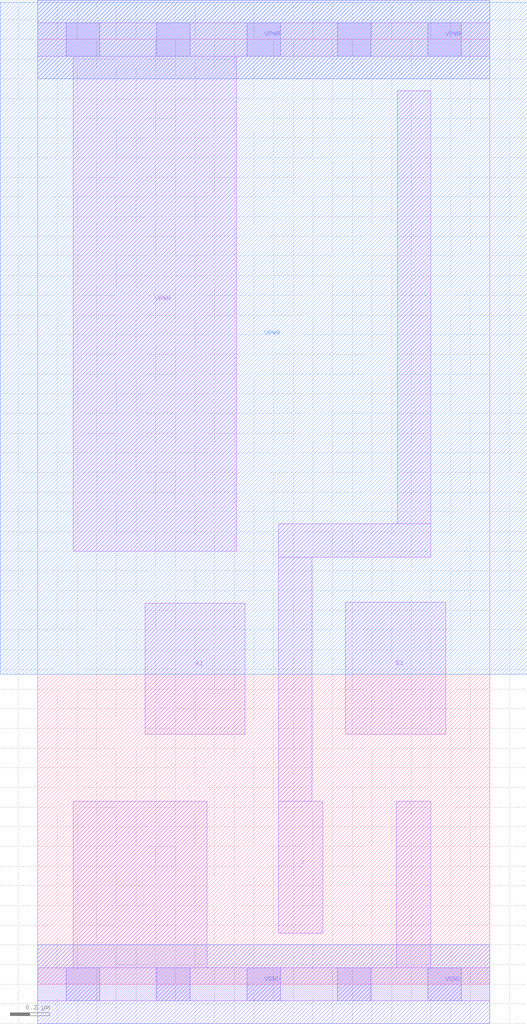
<source format=lef>
VERSION 5.7 ;
  NOWIREEXTENSIONATPIN ON ;
  DIVIDERCHAR "/" ;
  BUSBITCHARS "[]" ;
MACRO thesis_nor2
  CLASS CORE ;
  FOREIGN thesis_nor2 ;
  ORIGIN 0.000 0.000 ;
  SIZE 2.300 BY 4.800 ;
  PIN A1
    DIRECTION INPUT ;
    USE SIGNAL ;
    ANTENNAGATEAREA 0.553500 ;
    PORT
      LAYER li1 ;
        RECT 0.545 1.270 1.055 1.935 ;
    END
  END A1
  PIN B1
    DIRECTION INPUT ;
    USE SIGNAL ;
    ANTENNAGATEAREA 0.553500 ;
    PORT
      LAYER li1 ;
        RECT 1.565 1.270 2.075 1.940 ;
    END
  END B1
  PIN Y
    DIRECTION OUTPUT ;
    USE SIGNAL ;
    ANTENNADIFFAREA 1.512900 ;
    PORT
      LAYER li1 ;
        RECT 1.830 2.340 2.000 4.540 ;
        RECT 1.225 2.170 2.000 2.340 ;
        RECT 1.225 0.930 1.395 2.170 ;
        RECT 1.225 0.260 1.450 0.930 ;
    END
  END Y
  PIN VPWR
    DIRECTION INOUT ;
    USE POWER ;
    PORT
      LAYER nwell ;
        RECT -0.190 1.575 2.490 4.990 ;
      LAYER li1 ;
        RECT 0.000 4.715 2.300 4.885 ;
        RECT 0.180 2.200 1.010 4.715 ;
      LAYER mcon ;
        RECT 0.145 4.715 0.315 4.885 ;
        RECT 0.605 4.715 0.775 4.885 ;
        RECT 1.065 4.715 1.235 4.885 ;
        RECT 1.525 4.715 1.695 4.885 ;
        RECT 1.985 4.715 2.155 4.885 ;
      LAYER met1 ;
        RECT 0.000 4.600 2.300 5.000 ;
    END
  END VPWR
  PIN VGND
    DIRECTION INOUT ;
    USE GROUND ;
    PORT
      LAYER li1 ;
        RECT 0.180 0.085 0.860 0.930 ;
        RECT 1.825 0.085 2.000 0.930 ;
        RECT 0.000 -0.085 2.300 0.085 ;
      LAYER mcon ;
        RECT 0.145 -0.085 0.315 0.085 ;
        RECT 0.605 -0.085 0.775 0.085 ;
        RECT 1.065 -0.085 1.235 0.085 ;
        RECT 1.525 -0.085 1.695 0.085 ;
        RECT 1.985 -0.085 2.155 0.085 ;
      LAYER met1 ;
        RECT 0.000 -0.200 2.300 0.200 ;
    END
  END VGND
END thesis_nor2
END LIBRARY


</source>
